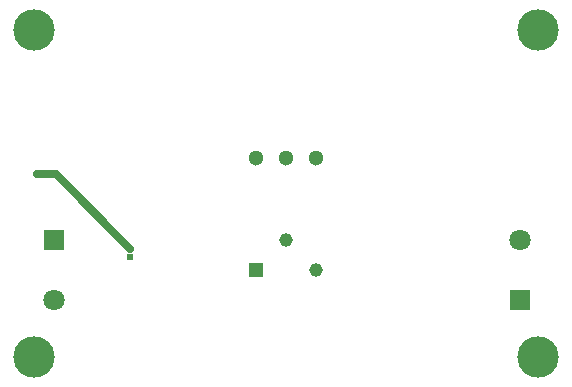
<source format=gtl>
G04*
G04 #@! TF.GenerationSoftware,Altium Limited,Altium Designer,25.1.2 (22)*
G04*
G04 Layer_Physical_Order=1*
G04 Layer_Color=255*
%FSLAX25Y25*%
%MOIN*%
G70*
G04*
G04 #@! TF.SameCoordinates,A6D80DD8-A6EF-48C5-BEAB-CD18D09DD35D*
G04*
G04*
G04 #@! TF.FilePolarity,Positive*
G04*
G01*
G75*
%ADD18R,0.04528X0.04528*%
%ADD19C,0.04528*%
%ADD21C,0.02500*%
%ADD22C,0.07087*%
%ADD23R,0.07087X0.07087*%
%ADD24C,0.05118*%
%ADD25C,0.13780*%
%ADD26C,0.02400*%
D18*
X300000Y395138D02*
D03*
D19*
X310000Y405138D02*
D03*
X320000Y395138D02*
D03*
D21*
X233063Y427000D02*
X258032Y402032D01*
X227000Y427000D02*
X233063D01*
X258032Y402020D02*
Y402032D01*
D22*
X232500Y385000D02*
D03*
X388000Y405000D02*
D03*
D23*
X232500D02*
D03*
X388000Y385000D02*
D03*
D24*
X310000Y432500D02*
D03*
X320000D02*
D03*
X300000D02*
D03*
D25*
X394000Y366000D02*
D03*
X226000Y475000D02*
D03*
Y366000D02*
D03*
X394000Y475000D02*
D03*
D26*
X227000Y427000D02*
D03*
X258032Y399520D02*
D03*
M02*

</source>
